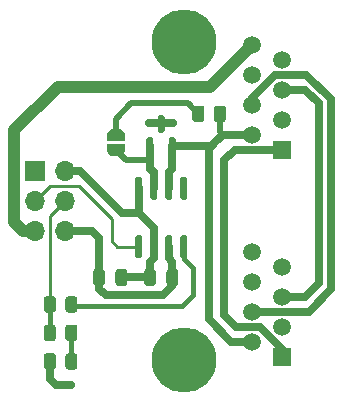
<source format=gtl>
G04 #@! TF.GenerationSoftware,KiCad,Pcbnew,6.0.10-86aedd382b~118~ubuntu18.04.1*
G04 #@! TF.CreationDate,2025-04-04T15:15:07-06:00*
G04 #@! TF.ProjectId,mss-xcade-can,6d73732d-7863-4616-9465-2d63616e2e6b,rev?*
G04 #@! TF.SameCoordinates,Original*
G04 #@! TF.FileFunction,Copper,L1,Top*
G04 #@! TF.FilePolarity,Positive*
%FSLAX46Y46*%
G04 Gerber Fmt 4.6, Leading zero omitted, Abs format (unit mm)*
G04 Created by KiCad (PCBNEW 6.0.10-86aedd382b~118~ubuntu18.04.1) date 2025-04-04 15:15:07*
%MOMM*%
%LPD*%
G01*
G04 APERTURE LIST*
G04 #@! TA.AperFunction,ComponentPad*
%ADD10R,1.500000X1.500000*%
G04 #@! TD*
G04 #@! TA.AperFunction,ComponentPad*
%ADD11C,1.500000*%
G04 #@! TD*
G04 #@! TA.AperFunction,ComponentPad*
%ADD12R,1.700000X1.700000*%
G04 #@! TD*
G04 #@! TA.AperFunction,ComponentPad*
%ADD13O,1.700000X1.700000*%
G04 #@! TD*
G04 #@! TA.AperFunction,ComponentPad*
%ADD14C,5.500000*%
G04 #@! TD*
G04 #@! TA.AperFunction,ViaPad*
%ADD15C,0.609600*%
G04 #@! TD*
G04 #@! TA.AperFunction,Conductor*
%ADD16C,1.016000*%
G04 #@! TD*
G04 #@! TA.AperFunction,Conductor*
%ADD17C,0.635000*%
G04 #@! TD*
G04 #@! TA.AperFunction,Conductor*
%ADD18C,0.508000*%
G04 #@! TD*
G04 #@! TA.AperFunction,Conductor*
%ADD19C,0.457200*%
G04 #@! TD*
G04 #@! TA.AperFunction,Conductor*
%ADD20C,0.254000*%
G04 #@! TD*
G04 APERTURE END LIST*
D10*
X99802000Y-127762000D03*
D11*
X97262000Y-126492000D03*
X99802000Y-125222000D03*
X97262000Y-123952000D03*
X99802000Y-122682000D03*
X97262000Y-121412000D03*
X99802000Y-120142000D03*
X97262000Y-118872000D03*
G04 #@! TA.AperFunction,SMDPad,CuDef*
G36*
G01*
X88735000Y-128167000D02*
X88435000Y-128167000D01*
G75*
G02*
X88285000Y-128017000I0J150000D01*
G01*
X88285000Y-126842000D01*
G75*
G02*
X88435000Y-126692000I150000J0D01*
G01*
X88735000Y-126692000D01*
G75*
G02*
X88885000Y-126842000I0J-150000D01*
G01*
X88885000Y-128017000D01*
G75*
G02*
X88735000Y-128167000I-150000J0D01*
G01*
G37*
G04 #@! TD.AperFunction*
G04 #@! TA.AperFunction,SMDPad,CuDef*
G36*
G01*
X90635000Y-128167000D02*
X90335000Y-128167000D01*
G75*
G02*
X90185000Y-128017000I0J150000D01*
G01*
X90185000Y-126842000D01*
G75*
G02*
X90335000Y-126692000I150000J0D01*
G01*
X90635000Y-126692000D01*
G75*
G02*
X90785000Y-126842000I0J-150000D01*
G01*
X90785000Y-128017000D01*
G75*
G02*
X90635000Y-128167000I-150000J0D01*
G01*
G37*
G04 #@! TD.AperFunction*
G04 #@! TA.AperFunction,SMDPad,CuDef*
G36*
G01*
X89685000Y-126292000D02*
X89385000Y-126292000D01*
G75*
G02*
X89235000Y-126142000I0J150000D01*
G01*
X89235000Y-124967000D01*
G75*
G02*
X89385000Y-124817000I150000J0D01*
G01*
X89685000Y-124817000D01*
G75*
G02*
X89835000Y-124967000I0J-150000D01*
G01*
X89835000Y-126142000D01*
G75*
G02*
X89685000Y-126292000I-150000J0D01*
G01*
G37*
G04 #@! TD.AperFunction*
D12*
X78862000Y-129555000D03*
D13*
X81402000Y-129555000D03*
X78862000Y-132095000D03*
X81402000Y-132095000D03*
X78862000Y-134635000D03*
X81402000Y-134635000D03*
G04 #@! TA.AperFunction,SMDPad,CuDef*
G36*
G01*
X79601000Y-141293000D02*
X79601000Y-140393000D01*
G75*
G02*
X79851000Y-140143000I250000J0D01*
G01*
X80376000Y-140143000D01*
G75*
G02*
X80626000Y-140393000I0J-250000D01*
G01*
X80626000Y-141293000D01*
G75*
G02*
X80376000Y-141543000I-250000J0D01*
G01*
X79851000Y-141543000D01*
G75*
G02*
X79601000Y-141293000I0J250000D01*
G01*
G37*
G04 #@! TD.AperFunction*
G04 #@! TA.AperFunction,SMDPad,CuDef*
G36*
G01*
X81426000Y-141293000D02*
X81426000Y-140393000D01*
G75*
G02*
X81676000Y-140143000I250000J0D01*
G01*
X82201000Y-140143000D01*
G75*
G02*
X82451000Y-140393000I0J-250000D01*
G01*
X82451000Y-141293000D01*
G75*
G02*
X82201000Y-141543000I-250000J0D01*
G01*
X81676000Y-141543000D01*
G75*
G02*
X81426000Y-141293000I0J250000D01*
G01*
G37*
G04 #@! TD.AperFunction*
G04 #@! TA.AperFunction,SMDPad,CuDef*
G36*
G01*
X83767000Y-139032000D02*
X83767000Y-138082000D01*
G75*
G02*
X84017000Y-137832000I250000J0D01*
G01*
X84517000Y-137832000D01*
G75*
G02*
X84767000Y-138082000I0J-250000D01*
G01*
X84767000Y-139032000D01*
G75*
G02*
X84517000Y-139282000I-250000J0D01*
G01*
X84017000Y-139282000D01*
G75*
G02*
X83767000Y-139032000I0J250000D01*
G01*
G37*
G04 #@! TD.AperFunction*
G04 #@! TA.AperFunction,SMDPad,CuDef*
G36*
G01*
X85667000Y-139032000D02*
X85667000Y-138082000D01*
G75*
G02*
X85917000Y-137832000I250000J0D01*
G01*
X86417000Y-137832000D01*
G75*
G02*
X86667000Y-138082000I0J-250000D01*
G01*
X86667000Y-139032000D01*
G75*
G02*
X86417000Y-139282000I-250000J0D01*
G01*
X85917000Y-139282000D01*
G75*
G02*
X85667000Y-139032000I0J250000D01*
G01*
G37*
G04 #@! TD.AperFunction*
D14*
X91440000Y-145542000D03*
D10*
X99802000Y-145252500D03*
D11*
X97262000Y-143982500D03*
X99802000Y-142712500D03*
X97262000Y-141442500D03*
X99802000Y-140172500D03*
X97262000Y-138902500D03*
X99802000Y-137632500D03*
X97262000Y-136362500D03*
G04 #@! TA.AperFunction,SMDPad,CuDef*
G36*
G01*
X82451000Y-142806000D02*
X82451000Y-143706000D01*
G75*
G02*
X82201000Y-143956000I-250000J0D01*
G01*
X81676000Y-143956000D01*
G75*
G02*
X81426000Y-143706000I0J250000D01*
G01*
X81426000Y-142806000D01*
G75*
G02*
X81676000Y-142556000I250000J0D01*
G01*
X82201000Y-142556000D01*
G75*
G02*
X82451000Y-142806000I0J-250000D01*
G01*
G37*
G04 #@! TD.AperFunction*
G04 #@! TA.AperFunction,SMDPad,CuDef*
G36*
G01*
X80626000Y-142806000D02*
X80626000Y-143706000D01*
G75*
G02*
X80376000Y-143956000I-250000J0D01*
G01*
X79851000Y-143956000D01*
G75*
G02*
X79601000Y-143706000I0J250000D01*
G01*
X79601000Y-142806000D01*
G75*
G02*
X79851000Y-142556000I250000J0D01*
G01*
X80376000Y-142556000D01*
G75*
G02*
X80626000Y-142806000I0J-250000D01*
G01*
G37*
G04 #@! TD.AperFunction*
G04 #@! TA.AperFunction,SMDPad,CuDef*
G36*
X86460000Y-127277000D02*
G01*
X86460000Y-127777000D01*
X86455033Y-127777000D01*
X86453568Y-127856941D01*
X86411293Y-127992256D01*
X86332738Y-128110266D01*
X86224219Y-128201486D01*
X86094460Y-128258581D01*
X85960000Y-128276164D01*
X85960000Y-128277000D01*
X85460000Y-128277000D01*
X85460000Y-128276164D01*
X85453891Y-128276963D01*
X85313814Y-128255152D01*
X85185489Y-128194904D01*
X85079231Y-128101060D01*
X85003583Y-127981165D01*
X84964626Y-127844858D01*
X84965041Y-127777000D01*
X84960000Y-127777000D01*
X84960000Y-127277000D01*
X86460000Y-127277000D01*
G37*
G04 #@! TD.AperFunction*
G04 #@! TA.AperFunction,SMDPad,CuDef*
G36*
X84965041Y-126477000D02*
G01*
X84965492Y-126403095D01*
X85006111Y-126267274D01*
X85083218Y-126148312D01*
X85190615Y-126055774D01*
X85319667Y-125997097D01*
X85460000Y-125977000D01*
X85960000Y-125977000D01*
X85972216Y-125977149D01*
X86112017Y-126000669D01*
X86239596Y-126062481D01*
X86344700Y-126157616D01*
X86418877Y-126278426D01*
X86456166Y-126415199D01*
X86455033Y-126477000D01*
X86460000Y-126477000D01*
X86460000Y-126977000D01*
X84960000Y-126977000D01*
X84960000Y-126477000D01*
X84965041Y-126477000D01*
G37*
G04 #@! TD.AperFunction*
D14*
X91440000Y-118618000D03*
G04 #@! TA.AperFunction,SMDPad,CuDef*
G36*
G01*
X90985000Y-138082000D02*
X90985000Y-139032000D01*
G75*
G02*
X90735000Y-139282000I-250000J0D01*
G01*
X90235000Y-139282000D01*
G75*
G02*
X89985000Y-139032000I0J250000D01*
G01*
X89985000Y-138082000D01*
G75*
G02*
X90235000Y-137832000I250000J0D01*
G01*
X90735000Y-137832000D01*
G75*
G02*
X90985000Y-138082000I0J-250000D01*
G01*
G37*
G04 #@! TD.AperFunction*
G04 #@! TA.AperFunction,SMDPad,CuDef*
G36*
G01*
X89085000Y-138082000D02*
X89085000Y-139032000D01*
G75*
G02*
X88835000Y-139282000I-250000J0D01*
G01*
X88335000Y-139282000D01*
G75*
G02*
X88085000Y-139032000I0J250000D01*
G01*
X88085000Y-138082000D01*
G75*
G02*
X88335000Y-137832000I250000J0D01*
G01*
X88835000Y-137832000D01*
G75*
G02*
X89085000Y-138082000I0J-250000D01*
G01*
G37*
G04 #@! TD.AperFunction*
G04 #@! TA.AperFunction,SMDPad,CuDef*
G36*
G01*
X95024000Y-124264000D02*
X95024000Y-125164000D01*
G75*
G02*
X94774000Y-125414000I-250000J0D01*
G01*
X94249000Y-125414000D01*
G75*
G02*
X93999000Y-125164000I0J250000D01*
G01*
X93999000Y-124264000D01*
G75*
G02*
X94249000Y-124014000I250000J0D01*
G01*
X94774000Y-124014000D01*
G75*
G02*
X95024000Y-124264000I0J-250000D01*
G01*
G37*
G04 #@! TD.AperFunction*
G04 #@! TA.AperFunction,SMDPad,CuDef*
G36*
G01*
X93199000Y-124264000D02*
X93199000Y-125164000D01*
G75*
G02*
X92949000Y-125414000I-250000J0D01*
G01*
X92424000Y-125414000D01*
G75*
G02*
X92174000Y-125164000I0J250000D01*
G01*
X92174000Y-124264000D01*
G75*
G02*
X92424000Y-124014000I250000J0D01*
G01*
X92949000Y-124014000D01*
G75*
G02*
X93199000Y-124264000I0J-250000D01*
G01*
G37*
G04 #@! TD.AperFunction*
G04 #@! TA.AperFunction,SMDPad,CuDef*
G36*
G01*
X79601000Y-146119000D02*
X79601000Y-145219000D01*
G75*
G02*
X79851000Y-144969000I250000J0D01*
G01*
X80376000Y-144969000D01*
G75*
G02*
X80626000Y-145219000I0J-250000D01*
G01*
X80626000Y-146119000D01*
G75*
G02*
X80376000Y-146369000I-250000J0D01*
G01*
X79851000Y-146369000D01*
G75*
G02*
X79601000Y-146119000I0J250000D01*
G01*
G37*
G04 #@! TD.AperFunction*
G04 #@! TA.AperFunction,SMDPad,CuDef*
G36*
G01*
X81426000Y-146119000D02*
X81426000Y-145219000D01*
G75*
G02*
X81676000Y-144969000I250000J0D01*
G01*
X82201000Y-144969000D01*
G75*
G02*
X82451000Y-145219000I0J-250000D01*
G01*
X82451000Y-146119000D01*
G75*
G02*
X82201000Y-146369000I-250000J0D01*
G01*
X81676000Y-146369000D01*
G75*
G02*
X81426000Y-146119000I0J250000D01*
G01*
G37*
G04 #@! TD.AperFunction*
G04 #@! TA.AperFunction,SMDPad,CuDef*
G36*
G01*
X87780000Y-136927000D02*
X87480000Y-136927000D01*
G75*
G02*
X87330000Y-136777000I0J150000D01*
G01*
X87330000Y-135127000D01*
G75*
G02*
X87480000Y-134977000I150000J0D01*
G01*
X87780000Y-134977000D01*
G75*
G02*
X87930000Y-135127000I0J-150000D01*
G01*
X87930000Y-136777000D01*
G75*
G02*
X87780000Y-136927000I-150000J0D01*
G01*
G37*
G04 #@! TD.AperFunction*
G04 #@! TA.AperFunction,SMDPad,CuDef*
G36*
G01*
X89050000Y-136927000D02*
X88750000Y-136927000D01*
G75*
G02*
X88600000Y-136777000I0J150000D01*
G01*
X88600000Y-135127000D01*
G75*
G02*
X88750000Y-134977000I150000J0D01*
G01*
X89050000Y-134977000D01*
G75*
G02*
X89200000Y-135127000I0J-150000D01*
G01*
X89200000Y-136777000D01*
G75*
G02*
X89050000Y-136927000I-150000J0D01*
G01*
G37*
G04 #@! TD.AperFunction*
G04 #@! TA.AperFunction,SMDPad,CuDef*
G36*
G01*
X90320000Y-136927000D02*
X90020000Y-136927000D01*
G75*
G02*
X89870000Y-136777000I0J150000D01*
G01*
X89870000Y-135127000D01*
G75*
G02*
X90020000Y-134977000I150000J0D01*
G01*
X90320000Y-134977000D01*
G75*
G02*
X90470000Y-135127000I0J-150000D01*
G01*
X90470000Y-136777000D01*
G75*
G02*
X90320000Y-136927000I-150000J0D01*
G01*
G37*
G04 #@! TD.AperFunction*
G04 #@! TA.AperFunction,SMDPad,CuDef*
G36*
G01*
X91590000Y-136927000D02*
X91290000Y-136927000D01*
G75*
G02*
X91140000Y-136777000I0J150000D01*
G01*
X91140000Y-135127000D01*
G75*
G02*
X91290000Y-134977000I150000J0D01*
G01*
X91590000Y-134977000D01*
G75*
G02*
X91740000Y-135127000I0J-150000D01*
G01*
X91740000Y-136777000D01*
G75*
G02*
X91590000Y-136927000I-150000J0D01*
G01*
G37*
G04 #@! TD.AperFunction*
G04 #@! TA.AperFunction,SMDPad,CuDef*
G36*
G01*
X91590000Y-131977000D02*
X91290000Y-131977000D01*
G75*
G02*
X91140000Y-131827000I0J150000D01*
G01*
X91140000Y-130177000D01*
G75*
G02*
X91290000Y-130027000I150000J0D01*
G01*
X91590000Y-130027000D01*
G75*
G02*
X91740000Y-130177000I0J-150000D01*
G01*
X91740000Y-131827000D01*
G75*
G02*
X91590000Y-131977000I-150000J0D01*
G01*
G37*
G04 #@! TD.AperFunction*
G04 #@! TA.AperFunction,SMDPad,CuDef*
G36*
G01*
X90320000Y-131977000D02*
X90020000Y-131977000D01*
G75*
G02*
X89870000Y-131827000I0J150000D01*
G01*
X89870000Y-130177000D01*
G75*
G02*
X90020000Y-130027000I150000J0D01*
G01*
X90320000Y-130027000D01*
G75*
G02*
X90470000Y-130177000I0J-150000D01*
G01*
X90470000Y-131827000D01*
G75*
G02*
X90320000Y-131977000I-150000J0D01*
G01*
G37*
G04 #@! TD.AperFunction*
G04 #@! TA.AperFunction,SMDPad,CuDef*
G36*
G01*
X89050000Y-131977000D02*
X88750000Y-131977000D01*
G75*
G02*
X88600000Y-131827000I0J150000D01*
G01*
X88600000Y-130177000D01*
G75*
G02*
X88750000Y-130027000I150000J0D01*
G01*
X89050000Y-130027000D01*
G75*
G02*
X89200000Y-130177000I0J-150000D01*
G01*
X89200000Y-131827000D01*
G75*
G02*
X89050000Y-131977000I-150000J0D01*
G01*
G37*
G04 #@! TD.AperFunction*
G04 #@! TA.AperFunction,SMDPad,CuDef*
G36*
G01*
X87780000Y-131977000D02*
X87480000Y-131977000D01*
G75*
G02*
X87330000Y-131827000I0J150000D01*
G01*
X87330000Y-130177000D01*
G75*
G02*
X87480000Y-130027000I150000J0D01*
G01*
X87780000Y-130027000D01*
G75*
G02*
X87930000Y-130177000I0J-150000D01*
G01*
X87930000Y-131827000D01*
G75*
G02*
X87780000Y-131977000I-150000J0D01*
G01*
G37*
G04 #@! TD.AperFunction*
D15*
X88519000Y-125476000D03*
X87376000Y-138557000D03*
X81915000Y-147701000D03*
X88585000Y-137348000D03*
X80899000Y-147701000D03*
X90551000Y-125476000D03*
X88900000Y-134366000D03*
X88585000Y-128585000D03*
X94869000Y-129413000D03*
X88585000Y-129352000D03*
X94869000Y-130302000D03*
D16*
X77089000Y-133858000D02*
X77089000Y-126111000D01*
X93706000Y-122428000D02*
X97262000Y-118872000D01*
X80772000Y-122428000D02*
X93706000Y-122428000D01*
X77866000Y-134635000D02*
X77089000Y-133858000D01*
X77089000Y-126111000D02*
X80772000Y-122428000D01*
X78862000Y-134635000D02*
X77866000Y-134635000D01*
D17*
X88900000Y-134366000D02*
X87630000Y-133096000D01*
X88585000Y-137221000D02*
X88585000Y-137348000D01*
X81402000Y-129555000D02*
X82692000Y-129555000D01*
X87630000Y-133096000D02*
X87630000Y-131002000D01*
X90551000Y-125476000D02*
X88519000Y-125476000D01*
X80645000Y-147701000D02*
X80113500Y-147169500D01*
X86233000Y-133096000D02*
X87630000Y-133096000D01*
X82692000Y-129555000D02*
X83693000Y-130556000D01*
X88900000Y-135952000D02*
X88900000Y-134366000D01*
X81915000Y-147701000D02*
X80645000Y-147701000D01*
X87376000Y-138557000D02*
X88585000Y-138557000D01*
X83693000Y-130556000D02*
X84645500Y-131508500D01*
X86167000Y-138557000D02*
X87376000Y-138557000D01*
X84645500Y-131508500D02*
X86233000Y-133096000D01*
X88900000Y-135952000D02*
X88900000Y-136906000D01*
X88585000Y-137348000D02*
X88585000Y-138557000D01*
X88900000Y-136906000D02*
X88585000Y-137221000D01*
X80113500Y-147169500D02*
X80113500Y-145669000D01*
X81402000Y-134635000D02*
X83708000Y-134635000D01*
X84836000Y-140081000D02*
X89662000Y-140081000D01*
X90170000Y-135952000D02*
X90170000Y-136906000D01*
X90485000Y-137221000D02*
X90485000Y-138557000D01*
X83708000Y-134635000D02*
X84267000Y-135194000D01*
X89662000Y-140081000D02*
X90485000Y-139258000D01*
X90170000Y-136906000D02*
X90485000Y-137221000D01*
X84267000Y-135194000D02*
X84267000Y-138557000D01*
X84267000Y-139512000D02*
X84836000Y-140081000D01*
X90485000Y-139258000D02*
X90485000Y-138557000D01*
X84267000Y-138557000D02*
X84267000Y-139512000D01*
X88900000Y-131002000D02*
X88900000Y-129667000D01*
X88900000Y-129667000D02*
X88585000Y-129352000D01*
X95758000Y-127762000D02*
X99802000Y-127762000D01*
X88585000Y-129352000D02*
X88585000Y-128585000D01*
X97906200Y-142737200D02*
X95874200Y-142737200D01*
D18*
X88585000Y-128585000D02*
X86518000Y-128585000D01*
D17*
X94869000Y-128651000D02*
X95758000Y-127762000D01*
X95874200Y-142737200D02*
X94869000Y-141732000D01*
X88585000Y-128585000D02*
X88585000Y-127429500D01*
D18*
X86518000Y-128585000D02*
X85710000Y-127777000D01*
D17*
X94869000Y-141732000D02*
X94869000Y-128651000D01*
X99802000Y-145252500D02*
X99802000Y-144633000D01*
X99802000Y-144633000D02*
X97906200Y-142737200D01*
X94742000Y-126492000D02*
X94107000Y-127127000D01*
D18*
X94511500Y-124714000D02*
X94511500Y-126261500D01*
X94511500Y-126261500D02*
X94742000Y-126492000D01*
D17*
X93804500Y-127429500D02*
X94107000Y-127127000D01*
X93599000Y-142113000D02*
X95468500Y-143982500D01*
X90170000Y-131002000D02*
X90170000Y-129667000D01*
X97262000Y-126492000D02*
X94742000Y-126492000D01*
X90485000Y-129352000D02*
X90485000Y-127429500D01*
X94107000Y-127127000D02*
X93599000Y-127635000D01*
X90485000Y-127429500D02*
X93804500Y-127429500D01*
X95468500Y-143982500D02*
X97262000Y-143982500D01*
X93599000Y-127635000D02*
X93599000Y-142113000D01*
X90170000Y-129667000D02*
X90485000Y-129352000D01*
X102870000Y-139065000D02*
X101727000Y-140208000D01*
X101691500Y-140172500D02*
X99802000Y-140172500D01*
X101727000Y-122682000D02*
X102870000Y-123825000D01*
X101727000Y-140208000D02*
X101691500Y-140172500D01*
X99802000Y-122682000D02*
X101727000Y-122682000D01*
X102870000Y-123825000D02*
X102870000Y-139065000D01*
D19*
X91440000Y-137033000D02*
X92202000Y-137795000D01*
X91313000Y-140970000D02*
X82065500Y-140970000D01*
X91440000Y-135952000D02*
X91440000Y-137033000D01*
X92202000Y-137795000D02*
X92202000Y-140081000D01*
X92202000Y-140081000D02*
X91313000Y-140970000D01*
X82065500Y-140970000D02*
X81938500Y-140843000D01*
X81938500Y-143256000D02*
X81938500Y-145669000D01*
D17*
X102016500Y-141442500D02*
X103886000Y-139573000D01*
X103886000Y-139573000D02*
X103886000Y-123444000D01*
X103886000Y-123444000D02*
X101829300Y-121387300D01*
X101829300Y-121387300D02*
X99211700Y-121387300D01*
X97262000Y-141442500D02*
X102016500Y-141442500D01*
X97262000Y-123337000D02*
X97262000Y-123952000D01*
X99211700Y-121387300D02*
X97262000Y-123337000D01*
D20*
X85344000Y-133604000D02*
X82550000Y-130810000D01*
X82550000Y-130810000D02*
X80147000Y-130810000D01*
X80147000Y-130810000D02*
X78862000Y-132095000D01*
X85344000Y-135509000D02*
X85344000Y-133604000D01*
X87630000Y-135952000D02*
X85787000Y-135952000D01*
X85787000Y-135952000D02*
X85344000Y-135509000D01*
X80113500Y-133383500D02*
X81402000Y-132095000D01*
D19*
X80113500Y-143256000D02*
X80113500Y-140843000D01*
D20*
X80113500Y-140843000D02*
X80113500Y-133383500D01*
D18*
X91797500Y-123825000D02*
X92686500Y-124714000D01*
X85710000Y-126477000D02*
X85710000Y-125110000D01*
X85710000Y-125110000D02*
X86995000Y-123825000D01*
X86995000Y-123825000D02*
X91797500Y-123825000D01*
M02*

</source>
